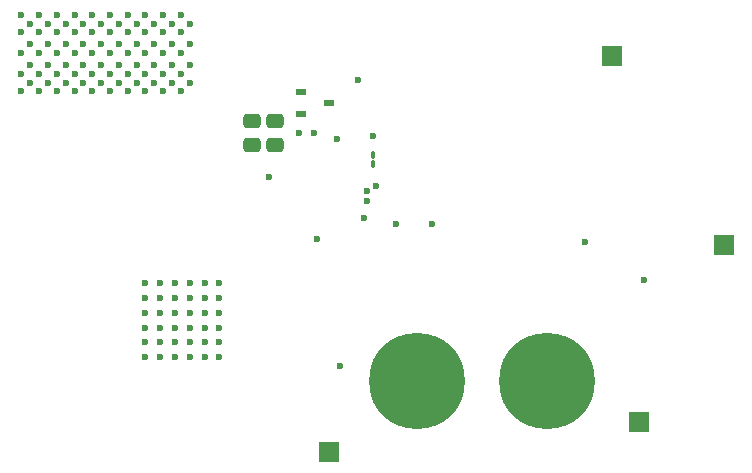
<source format=gbr>
%TF.GenerationSoftware,KiCad,Pcbnew,9.0.1*%
%TF.CreationDate,2025-11-16T17:16:38-08:00*%
%TF.ProjectId,GaN-LTC7800,47614e2d-4c54-4433-9738-30302e6b6963,rev?*%
%TF.SameCoordinates,Original*%
%TF.FileFunction,Soldermask,Bot*%
%TF.FilePolarity,Negative*%
%FSLAX46Y46*%
G04 Gerber Fmt 4.6, Leading zero omitted, Abs format (unit mm)*
G04 Created by KiCad (PCBNEW 9.0.1) date 2025-11-16 17:16:38*
%MOMM*%
%LPD*%
G01*
G04 APERTURE LIST*
G04 Aperture macros list*
%AMRoundRect*
0 Rectangle with rounded corners*
0 $1 Rounding radius*
0 $2 $3 $4 $5 $6 $7 $8 $9 X,Y pos of 4 corners*
0 Add a 4 corners polygon primitive as box body*
4,1,4,$2,$3,$4,$5,$6,$7,$8,$9,$2,$3,0*
0 Add four circle primitives for the rounded corners*
1,1,$1+$1,$2,$3*
1,1,$1+$1,$4,$5*
1,1,$1+$1,$6,$7*
1,1,$1+$1,$8,$9*
0 Add four rect primitives between the rounded corners*
20,1,$1+$1,$2,$3,$4,$5,0*
20,1,$1+$1,$4,$5,$6,$7,0*
20,1,$1+$1,$6,$7,$8,$9,0*
20,1,$1+$1,$8,$9,$2,$3,0*%
G04 Aperture macros list end*
%ADD10R,1.700000X1.700000*%
%ADD11C,8.115000*%
%ADD12RoundRect,0.250000X-0.475000X0.337500X-0.475000X-0.337500X0.475000X-0.337500X0.475000X0.337500X0*%
%ADD13R,0.850000X0.600000*%
%ADD14RoundRect,0.100000X0.100000X-0.217500X0.100000X0.217500X-0.100000X0.217500X-0.100000X-0.217500X0*%
%ADD15RoundRect,0.250000X0.475000X-0.337500X0.475000X0.337500X-0.475000X0.337500X-0.475000X-0.337500X0*%
%ADD16C,0.600000*%
G04 APERTURE END LIST*
D10*
%TO.C,TP_VIN2*%
X122750000Y-154000000D03*
%TD*%
%TO.C,TP_VIN1*%
X96500000Y-156500000D03*
%TD*%
D11*
%TO.C,VSource_IN1*%
X104000000Y-150500000D03*
%TD*%
D10*
%TO.C,VOUT1*%
X120500000Y-123000000D03*
%TD*%
D11*
%TO.C,VSource_GND1*%
X115000000Y-150500000D03*
%TD*%
D10*
%TO.C,GND1*%
X130000000Y-139000000D03*
%TD*%
D12*
%TO.C,C2_EX1*%
X90000000Y-128462500D03*
X90000000Y-130537500D03*
%TD*%
D13*
%TO.C,D1*%
X94200000Y-127950000D03*
X94200000Y-126050000D03*
X96500000Y-127000000D03*
%TD*%
D14*
%TO.C,R1*%
X100250000Y-132157500D03*
X100250000Y-131342500D03*
%TD*%
D15*
%TO.C,C2*%
X92000000Y-130537500D03*
X92000000Y-128462500D03*
%TD*%
D16*
X81000000Y-142250000D03*
X82250000Y-144750000D03*
X86000000Y-146000000D03*
X83500000Y-142250000D03*
X81000000Y-148500000D03*
X84750000Y-146000000D03*
X84750000Y-147250000D03*
X82250000Y-146000000D03*
X83500000Y-148500000D03*
X86000000Y-143500000D03*
X86000000Y-147250000D03*
X86000000Y-148500000D03*
X83500000Y-146000000D03*
X82250000Y-147250000D03*
X84750000Y-144750000D03*
X82250000Y-142250000D03*
X84750000Y-142250000D03*
X87250000Y-144750000D03*
X83500000Y-144750000D03*
X81000000Y-147250000D03*
X83500000Y-143500000D03*
X87250000Y-142250000D03*
X81000000Y-143500000D03*
X87250000Y-143500000D03*
X87250000Y-148500000D03*
X84750000Y-143500000D03*
X82250000Y-148500000D03*
X87250000Y-146000000D03*
X87250000Y-147250000D03*
X81000000Y-146000000D03*
X82250000Y-143500000D03*
X81000000Y-144750000D03*
X86000000Y-142250000D03*
X86000000Y-144750000D03*
X83500000Y-147250000D03*
X84750000Y-148500000D03*
X94000000Y-129500000D03*
X102250000Y-137250000D03*
X105250000Y-137250000D03*
X97250000Y-130000000D03*
X99000000Y-125000000D03*
X95500000Y-138500000D03*
X99750000Y-134449997D03*
X91500000Y-133250000D03*
X97500000Y-149250000D03*
X71250000Y-122000000D03*
X73500000Y-121000000D03*
X81000000Y-121000000D03*
X75750000Y-125250000D03*
X75750000Y-123750000D03*
X76500000Y-119500000D03*
X84000000Y-124500000D03*
X76500000Y-124500000D03*
X78750000Y-123750000D03*
X83250000Y-120250000D03*
X80250000Y-122000000D03*
X81750000Y-120250000D03*
X79500000Y-122750000D03*
X84000000Y-122750000D03*
X83250000Y-122000000D03*
X75750000Y-122000000D03*
X76500000Y-122750000D03*
X81750000Y-122000000D03*
X75000000Y-119500000D03*
X78000000Y-126000000D03*
X72000000Y-126000000D03*
X84000000Y-126000000D03*
X75000000Y-122750000D03*
X76500000Y-121000000D03*
X82500000Y-122750000D03*
X73500000Y-119500000D03*
X70500000Y-122750000D03*
X70500000Y-121000000D03*
X72000000Y-122750000D03*
X75750000Y-120250000D03*
X83250000Y-123750000D03*
X82500000Y-119500000D03*
X72000000Y-121000000D03*
X78750000Y-125250000D03*
X71250000Y-125250000D03*
X74250000Y-120250000D03*
X74250000Y-125250000D03*
X78000000Y-121000000D03*
X81000000Y-122750000D03*
X78000000Y-122750000D03*
X80250000Y-125250000D03*
X78750000Y-122000000D03*
X73500000Y-126000000D03*
X72750000Y-125250000D03*
X72000000Y-124500000D03*
X72000000Y-119500000D03*
X81750000Y-123750000D03*
X70500000Y-119500000D03*
X81750000Y-125250000D03*
X81000000Y-124500000D03*
X74250000Y-123750000D03*
X84750000Y-120250000D03*
X71250000Y-120250000D03*
X77250000Y-123750000D03*
X78750000Y-120250000D03*
X79500000Y-119500000D03*
X83250000Y-125250000D03*
X80250000Y-120250000D03*
X84000000Y-119500000D03*
X82500000Y-121000000D03*
X82500000Y-124500000D03*
X78000000Y-124500000D03*
X73500000Y-124500000D03*
X72750000Y-123750000D03*
X80250000Y-123750000D03*
X74250000Y-122000000D03*
X81000000Y-126000000D03*
X77250000Y-120250000D03*
X77250000Y-122000000D03*
X84750000Y-123750000D03*
X73500000Y-122750000D03*
X75000000Y-124500000D03*
X79500000Y-124500000D03*
X79500000Y-121000000D03*
X71250000Y-123750000D03*
X79500000Y-126000000D03*
X84750000Y-122000000D03*
X75000000Y-126000000D03*
X84000000Y-121000000D03*
X81000000Y-119500000D03*
X82500000Y-126000000D03*
X70500000Y-124500000D03*
X70500000Y-126000000D03*
X75000000Y-121000000D03*
X76500000Y-126000000D03*
X84750000Y-125250000D03*
X78000000Y-119500000D03*
X72750000Y-122000000D03*
X72750000Y-120250000D03*
X77250000Y-125250000D03*
X118250000Y-138750000D03*
X99500000Y-136750000D03*
X95250000Y-129500000D03*
X100250000Y-129750000D03*
X100500000Y-134000000D03*
X99750000Y-135250000D03*
X123250000Y-142000000D03*
M02*

</source>
